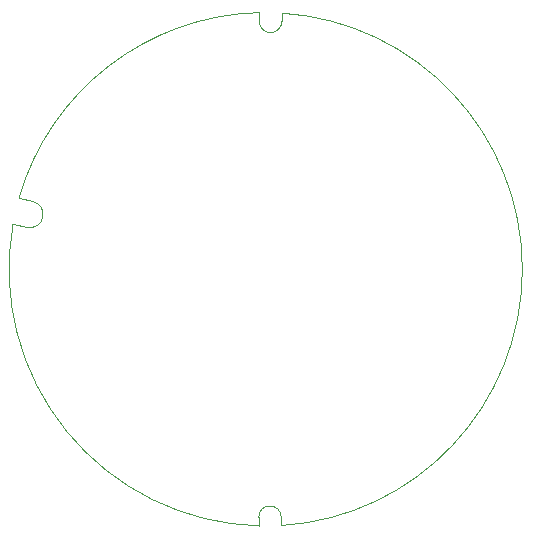
<source format=gm1>
G04 #@! TF.GenerationSoftware,KiCad,Pcbnew,8.0.7-unknown-1000.20241230gita20d76c.fc41*
G04 #@! TF.CreationDate,2025-01-11T13:27:58-08:00*
G04 #@! TF.ProjectId,led-ctrl-24v,6c65642d-6374-4726-9c2d-3234762e6b69,rev?*
G04 #@! TF.SameCoordinates,Original*
G04 #@! TF.FileFunction,Profile,NP*
%FSLAX46Y46*%
G04 Gerber Fmt 4.6, Leading zero omitted, Abs format (unit mm)*
G04 Created by KiCad (PCBNEW 8.0.7-unknown-1000.20241230gita20d76c.fc41) date 2025-01-11 13:27:58*
%MOMM*%
%LPD*%
G01*
G04 APERTURE LIST*
G04 #@! TA.AperFunction,Profile*
%ADD10C,0.050000*%
G04 #@! TD*
G04 APERTURE END LIST*
D10*
X91620000Y-100670001D02*
G75*
G02*
X91570000Y-144049996I-1360000J-21688459D01*
G01*
X89670000Y-143350000D02*
G75*
G02*
X91570000Y-143350000I950000J0D01*
G01*
X89719328Y-101352063D02*
X89720000Y-100630000D01*
X70063833Y-118808692D02*
X68870000Y-118540000D01*
X70530000Y-116610000D02*
G75*
G02*
X70063833Y-118808692I-230000J-1100000D01*
G01*
X70530000Y-116610000D02*
X69380000Y-116290000D01*
X89670000Y-144080000D02*
G75*
G02*
X68868441Y-118539722I590000J21721700D01*
G01*
X91619999Y-101330000D02*
G75*
G02*
X89719328Y-101352063I-949999J-40000D01*
G01*
X69380000Y-116290000D02*
G75*
G02*
X89719779Y-100621092I20880000J-6068320D01*
G01*
X91619999Y-101330000D02*
X91620000Y-100670000D01*
X91570000Y-143350000D02*
X91570000Y-144050000D01*
X89670000Y-143350000D02*
X89670000Y-144080000D01*
M02*

</source>
